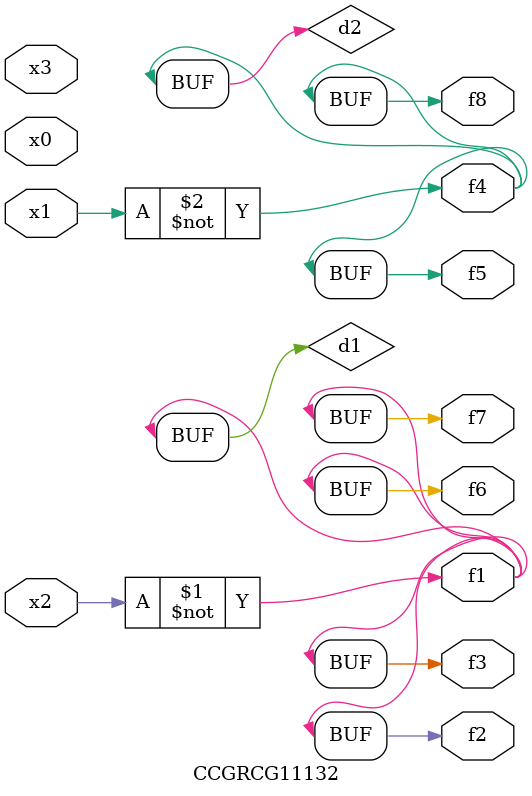
<source format=v>
module CCGRCG11132(
	input x0, x1, x2, x3,
	output f1, f2, f3, f4, f5, f6, f7, f8
);

	wire d1, d2;

	xnor (d1, x2);
	not (d2, x1);
	assign f1 = d1;
	assign f2 = d1;
	assign f3 = d1;
	assign f4 = d2;
	assign f5 = d2;
	assign f6 = d1;
	assign f7 = d1;
	assign f8 = d2;
endmodule

</source>
